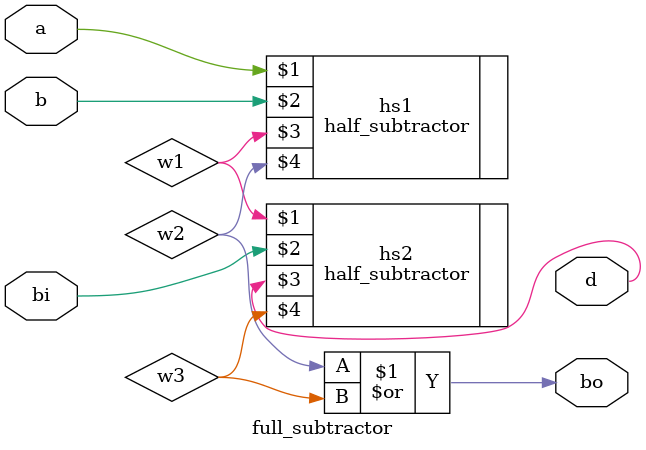
<source format=v>
module full_subtractor(input a, b, bi, output d, bo);

	wire w1, w2, w3;

	half_subtractor hs1(a, b, w1, w2);
	half_subtractor hs2(w1, bi, d, w3);

	assign bo = w2|w3;
endmodule

</source>
